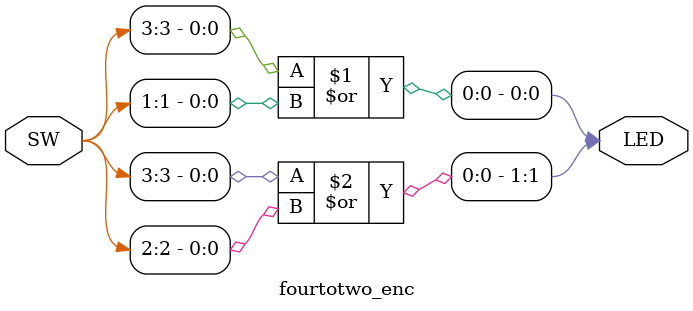
<source format=v>
`timescale 1ns / 1ps


module fourtotwo_enc(
input [3:0] SW,
output wire [1:0] LED

    );
    
assign LED[0] = SW[3] | SW[1];
assign LED[1] = SW[3] | SW[2];

endmodule

</source>
